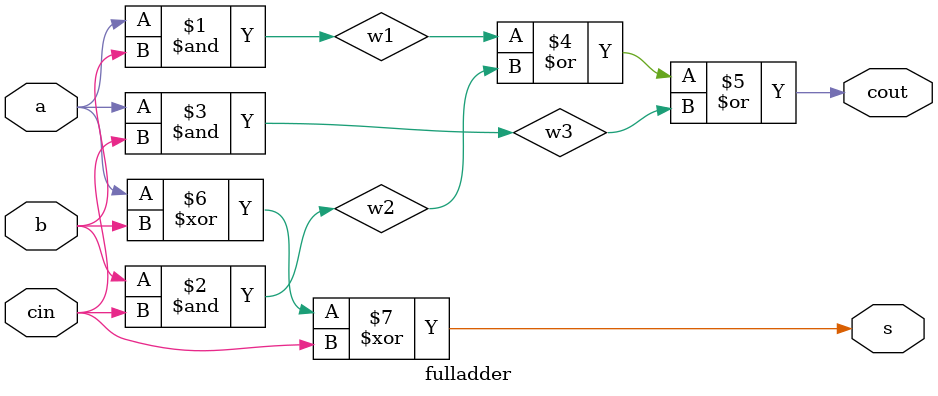
<source format=v>
module fulladder(a,b,cin,s,cout);
input a,b,cin;
output s,cout;
wire w1,w2,w3;
and (w1,a,b);
and (w2,b,cin);
and (w3,a,cin);
or (cout,w1,w2,w3);
xor(s,a,b,cin);


endmodule 

</source>
